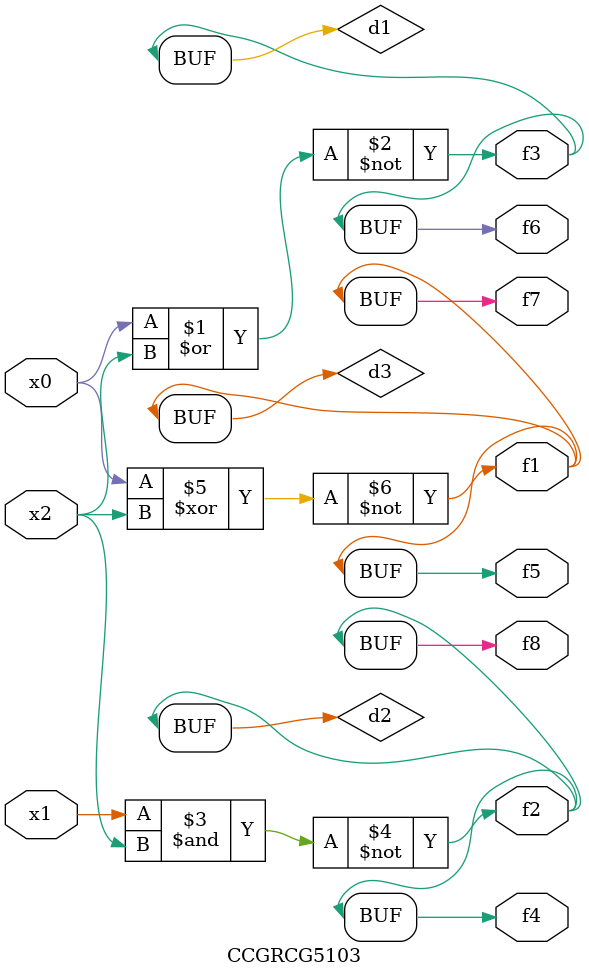
<source format=v>
module CCGRCG5103(
	input x0, x1, x2,
	output f1, f2, f3, f4, f5, f6, f7, f8
);

	wire d1, d2, d3;

	nor (d1, x0, x2);
	nand (d2, x1, x2);
	xnor (d3, x0, x2);
	assign f1 = d3;
	assign f2 = d2;
	assign f3 = d1;
	assign f4 = d2;
	assign f5 = d3;
	assign f6 = d1;
	assign f7 = d3;
	assign f8 = d2;
endmodule

</source>
